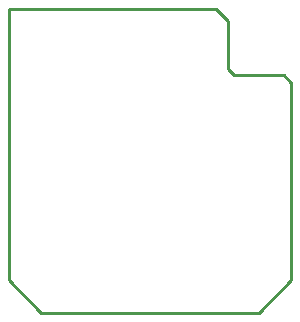
<source format=gko>
G04*
G04 #@! TF.GenerationSoftware,Altium Limited,Altium Designer,18.1.7 (191)*
G04*
G04 Layer_Color=16711935*
%FSLAX24Y24*%
%MOIN*%
G70*
G01*
G75*
%ADD76C,0.0100*%
D76*
X49990Y18650D02*
Y25236D01*
X49743Y25482D02*
X49990Y25236D01*
X48091Y25482D02*
X49743D01*
X47864Y25709D02*
X48091Y25482D01*
X47864Y25709D02*
Y27293D01*
X47461Y27697D02*
X47864Y27293D01*
X40563Y27697D02*
X47461D01*
X41644Y17569D02*
X48909D01*
X49990Y18650D01*
X40563D02*
X41644Y17569D01*
X40563Y18650D02*
X40563Y27697D01*
M02*

</source>
